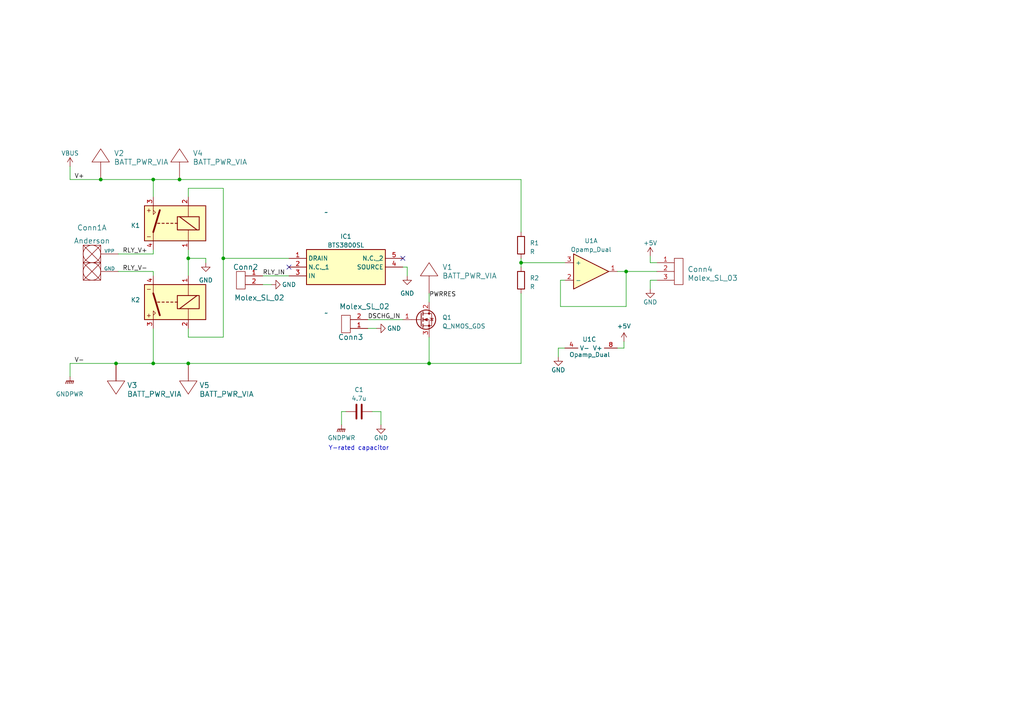
<source format=kicad_sch>
(kicad_sch (version 20230121) (generator eeschema)
  (paper "A4")
  (title_block (title "Relay and Connections Board") (rev "1") (company "Missouri S&T") (comment 1 "Senior Design") (comment 2 "\"Kinetic Antenna\""))
  (lib_symbols
    (symbol "0-customs:AECN11012"
      (property "Reference" "K" (at 19.05 -5.08 0))
      (symbol "AECN11012_0_0"
        (polyline (pts (xy 15.24 0) (xy 15.24 -2.54) (xy 14.605 -1.905) (xy 15.24 -1.27)))
      )
      (symbol "AECN11012_0_1"
        (polyline (pts (xy 2.54 -6.985) (xy 7.62 -3.175)) (stroke (width 0.254)))
        (polyline (pts (xy 5.08 -10.16) (xy 5.08 -6.985)))
        (polyline (pts (xy 5.08 0) (xy 5.08 -3.175)))
        (polyline (pts (xy 8.255 -5.08) (xy 8.89 -5.08)) (stroke (width 0.254)))
        (polyline (pts (xy 9.525 -5.08) (xy 10.16 -5.08)) (stroke (width 0.254)))
        (polyline (pts (xy 10.795 -5.08) (xy 11.43 -5.08)) (stroke (width 0.254)))
        (polyline (pts (xy 12.065 -5.08) (xy 12.7 -5.08)) (stroke (width 0.254)))
        (polyline (pts (xy 13.335 -5.08) (xy 13.97 -5.08)) (stroke (width 0.254)))
        (polyline (pts (xy 15.24 -7.62) (xy 13.335 -1.27)) (stroke (width 0.508)))
        (polyline (pts (xy 15.24 -7.62) (xy 15.24 -10.16)))
        (rectangle (start 0 0) (end 17.78 -10.16) (stroke (width 0.254)) (fill (type background)))
        (rectangle (start 1.905 -3.175) (end 8.255 -6.985) (stroke (width 0.254)))
      )
      (symbol "AECN11012_1_1"
        (text "+" (at 16.51 -1.27 0) (effects (font (size 1.27 1.27))))
        (text "-" (at 16.51 -8.89 0) (effects (font (size 1.27 1.27))))
        (pin input line (at 5.08 -12.7 90) (length 2.54) (name "") (number "1"))
        (pin input line (at 5.08 2.54 270) (length 2.54) (name "") (number "2"))
        (pin input line (at 15.24 2.54 270) (length 2.54) (name "") (number "3"))
        (pin input line (at 15.24 -12.7 90) (length 2.54) (name "") (number "4"))
      )
    )
    (symbol "0-customs:BTS3800SL"
      (property "Reference" "IC" (at 29.21 7.62 0))
      (property "Value" "BTS3800SL" (at 29.21 5.08 0))
      (symbol "BTS3800SL_1_1"
        (rectangle (start 5.08 2.54) (end 27.94 -7.62) (stroke (width 0.254)) (fill (type background)))
        (pin passive line (at 0 0 0) (length 5.08) (name "DRAIN") (number "1"))
        (pin passive line (at 0 -2.54 0) (length 5.08) (name "N.C._1") (number "2"))
        (pin passive line (at 0 -5.08 0) (length 5.08) (name "IN") (number "3"))
        (pin passive line (at 33.02 -2.54 180) (length 5.08) (name "SOURCE") (number "4"))
        (pin passive line (at 33.02 0 180) (length 5.08) (name "N.C._2") (number "5"))
      )
    )
    (symbol "0-customs:Molex_SL_02" (pin_names (offset 1.016))
      (property "Reference" "Conn2" (at 3.556 3.81 0))
      (property "Value" "Molex_SL_02" (at 3.556 0 0))
      (symbol "Molex_SL_02_0_1"
        (rectangle (start 0 5.08) (end 2.54 0))
      )
      (symbol "Molex_SL_02_1_1"
        (pin input line (at -5.08 3.81 0) (length 5.08) (name "~") (number "1"))
        (pin input line (at -5.08 1.27 0) (length 5.08) (name "~") (number "2"))
      )
    )
    (symbol "Customs:Anderson" (pin_numbers hide) (pin_names (offset 0))
      (property "Reference" "Conn" (at 2.794 -6.858 0))
      (property "Value" "Anderson" (at 2.54 6.35 0))
      (symbol "Anderson_0_1"
        (rectangle (start 0 -5.08) (end 5.08 0))
        (polyline (pts (xy 0 0) (xy 5.08 -5.08)))
        (polyline (pts (xy 0 5.08) (xy 5.08 0)))
        (polyline (pts (xy 5.08 0) (xy 0 -5.08)))
        (polyline (pts (xy 5.08 5.08) (xy 0 0)))
        (rectangle (start 0 0) (end 5.08 5.08))
        (circle (center 2.54 -2.54) (radius 2.54))
        (circle (center 2.54 2.54) (radius 2.54))
      )
      (symbol "Anderson_1_1"
        (pin input line (at 10.16 2.54 180) (length 5.08) (name "VPP") (number "1"))
        (pin input line (at 10.16 -2.54 180) (length 5.08) (name "GND") (number "2"))
      )
      (symbol "Anderson_2_1"
        (pin input line (at 10.16 2.54 180) (length 5.08) (name "V+Log") (number "2"))
      )
      (symbol "Anderson_3_1"
        (pin input line (at 10.16 2.54 180) (length 5.08) (name "V+Act") (number "3"))
      )
      (symbol "Anderson_4_1"
        (pin input line (at 10.16 2.54 180) (length 5.08) (name "PV+") (number "4"))
      )
      (symbol "Anderson_5_1"
        (pin input line (at 10.16 2.54 180) (length 5.08) (name "~") (number "1"))
      )
    )
    (symbol "Device:C" (pin_numbers hide) (pin_names (offset 0.254))
      (property "Reference" "C" (at 0.635 2.54 0))
      (property "Value" "C" (at 0.635 -2.54 0))
      (symbol "C_0_1"
        (polyline (pts (xy -2.032 -0.762) (xy 2.032 -0.762)) (stroke (width 0.508)))
        (polyline (pts (xy -2.032 0.762) (xy 2.032 0.762)) (stroke (width 0.508)))
      )
      (symbol "C_1_1"
        (pin passive line (at 0 3.81 270) (length 2.794) (name "~") (number "1"))
        (pin passive line (at 0 -3.81 90) (length 2.794) (name "~") (number "2"))
      )
    )
    (symbol "Device:Opamp_Dual"
      (property "Reference" "U" (at 0 5.08 0))
      (property "Value" "Opamp_Dual" (at 0 -5.08 0))
      (symbol "Opamp_Dual_1_1"
        (polyline (pts (xy -5.08 5.08) (xy 5.08 0) (xy -5.08 -5.08) (xy -5.08 5.08)) (stroke (width 0.254)) (fill (type background)))
        (pin output line (at 7.62 0 180) (length 2.54) (name "~") (number "1"))
        (pin input line (at -7.62 -2.54 0) (length 2.54) (name "-") (number "2"))
        (pin input line (at -7.62 2.54 0) (length 2.54) (name "+") (number "3"))
      )
      (symbol "Opamp_Dual_2_1"
        (polyline (pts (xy -5.08 5.08) (xy 5.08 0) (xy -5.08 -5.08) (xy -5.08 5.08)) (stroke (width 0.254)) (fill (type background)))
        (pin input line (at -7.62 2.54 0) (length 2.54) (name "+") (number "5"))
        (pin input line (at -7.62 -2.54 0) (length 2.54) (name "-") (number "6"))
        (pin output line (at 7.62 0 180) (length 2.54) (name "~") (number "7"))
      )
      (symbol "Opamp_Dual_3_1"
        (pin power_in line (at -2.54 -7.62 90) (length 3.81) (name "V-") (number "4"))
        (pin power_in line (at -2.54 7.62 270) (length 3.81) (name "V+") (number "8"))
      )
    )
    (symbol "Device:Q_NMOS_GDS" (pin_names (offset 0) hide)
      (property "Reference" "Q" (at 5.08 1.27 0))
      (property "Value" "Q_NMOS_GDS" (at 5.08 -1.27 0))
      (symbol "Q_NMOS_GDS_0_1"
        (polyline (pts (xy 0.254 0) (xy -2.54 0)))
        (polyline (pts (xy 0.254 1.905) (xy 0.254 -1.905)) (stroke (width 0.254)))
        (polyline (pts (xy 0.762 -1.27) (xy 0.762 -2.286)) (stroke (width 0.254)))
        (polyline (pts (xy 0.762 0.508) (xy 0.762 -0.508)) (stroke (width 0.254)))
        (polyline (pts (xy 0.762 2.286) (xy 0.762 1.27)) (stroke (width 0.254)))
        (polyline (pts (xy 2.54 2.54) (xy 2.54 1.778)))
        (polyline (pts (xy 2.54 -2.54) (xy 2.54 0) (xy 0.762 0)))
        (polyline (pts (xy 0.762 -1.778) (xy 3.302 -1.778) (xy 3.302 1.778) (xy 0.762 1.778)))
        (polyline (pts (xy 1.016 0) (xy 2.032 0.381) (xy 2.032 -0.381) (xy 1.016 0)) (fill (type outline)))
        (polyline (pts (xy 2.794 0.508) (xy 2.921 0.381) (xy 3.683 0.381) (xy 3.81 0.254)))
        (polyline (pts (xy 3.302 0.381) (xy 2.921 -0.254) (xy 3.683 -0.254) (xy 3.302 0.381)))
        (circle (center 1.651 0) (radius 2.794) (stroke (width 0.254)))
        (circle (center 2.54 -1.778) (radius 0.254) (fill (type outline)))
        (circle (center 2.54 1.778) (radius 0.254) (fill (type outline)))
      )
      (symbol "Q_NMOS_GDS_1_1"
        (pin input line (at -5.08 0 0) (length 2.54) (name "G") (number "1"))
        (pin passive line (at 2.54 5.08 270) (length 2.54) (name "D") (number "2"))
        (pin passive line (at 2.54 -5.08 90) (length 2.54) (name "S") (number "3"))
      )
    )
    (symbol "Device:R" (pin_numbers hide) (pin_names (offset 0))
      (property "Reference" "R" (at 2.032 0 90))
      (property "Value" "R" (at 0 0 90))
      (symbol "R_0_1"
        (rectangle (start -1.016 -2.54) (end 1.016 2.54) (stroke (width 0.254)))
      )
      (symbol "R_1_1"
        (pin passive line (at 0 3.81 270) (length 1.27) (name "~") (number "1"))
        (pin passive line (at 0 -3.81 90) (length 1.27) (name "~") (number "2"))
      )
    )
    (symbol "MRDT_Connectors:Molex_SL_03" (pin_names (offset 1.016))
      (property "Reference" "Conn" (at 3.81 -1.27 0))
      (property "Value" "Molex_SL_03" (at 1.27 8.89 0))
      (symbol "Molex_SL_03_0_1"
        (rectangle (start 0 7.62) (end 2.54 0))
      )
      (symbol "Molex_SL_03_1_1"
        (pin input line (at -5.08 6.35 0) (length 5.08) (name "~") (number "1"))
        (pin input line (at -5.08 3.81 0) (length 5.08) (name "~") (number "2"))
        (pin input line (at -5.08 1.27 0) (length 5.08) (name "~") (number "3"))
      )
    )
    (symbol "MRDT_Drill_Holes:BATT_PWR_VIA" (pin_numbers hide) (pin_names (offset 1.016) hide)
      (property "Reference" "V" (at 3.81 1.27 0))
      (property "Value" "BATT_PWR_VIA" (at 0 5.08 0))
      (symbol "BATT_PWR_VIA_0_1"
        (polyline (pts (xy 0 3.81) (xy -2.54 0) (xy 2.54 0) (xy 0 3.81)))
      )
      (symbol "BATT_PWR_VIA_1_1"
        (pin input line (at 0 -5.08 90) (length 5.08) (name "1") (number "1"))
      )
    )
    (symbol "power:+5V" (power) (pin_names (offset 0))
      (property "Value" "+5V" (at 0 3.556 0))
      (symbol "+5V_0_1"
        (polyline (pts (xy -0.762 1.27) (xy 0 2.54)))
        (polyline (pts (xy 0 0) (xy 0 2.54)))
        (polyline (pts (xy 0 2.54) (xy 0.762 1.27)))
      )
      (symbol "+5V_1_1"
        (pin power_in line (at 0 0 90) (length 0) hide (name "+5V") (number "1"))
      )
    )
    (symbol "power:GND" (power) (pin_names (offset 0))
      (property "Value" "GND" (at 0 -3.81 0))
      (symbol "GND_0_1"
        (polyline (pts (xy 0 0) (xy 0 -1.27) (xy 1.27 -1.27) (xy 0 -2.54) (xy -1.27 -1.27) (xy 0 -1.27)))
      )
      (symbol "GND_1_1"
        (pin power_in line (at 0 0 270) (length 0) hide (name "GND") (number "1"))
      )
    )
    (symbol "power:GNDPWR" (power) (pin_names (offset 0))
      (property "Value" "GNDPWR" (at 0 -3.302 0))
      (symbol "GNDPWR_0_1"
        (polyline (pts (xy 0 -1.27) (xy 0 0)))
        (polyline (pts (xy -1.016 -1.27) (xy -1.27 -2.032) (xy -1.27 -2.032)) (stroke (width 0.2032)))
        (polyline (pts (xy -0.508 -1.27) (xy -0.762 -2.032) (xy -0.762 -2.032)) (stroke (width 0.2032)))
        (polyline (pts (xy 0 -1.27) (xy -0.254 -2.032) (xy -0.254 -2.032)) (stroke (width 0.2032)))
        (polyline (pts (xy 0.508 -1.27) (xy 0.254 -2.032) (xy 0.254 -2.032)) (stroke (width 0.2032)))
        (polyline (pts (xy 1.016 -1.27) (xy -1.016 -1.27) (xy -1.016 -1.27)) (stroke (width 0.2032)))
        (polyline (pts (xy 1.016 -1.27) (xy 0.762 -2.032) (xy 0.762 -2.032) (xy 0.762 -2.032)) (stroke (width 0.2032)))
      )
      (symbol "GNDPWR_1_1"
        (pin power_in line (at 0 0 270) (length 0) hide (name "GNDPWR") (number "1"))
      )
    )
    (symbol "power:VBUS" (power) (pin_names (offset 0))
      (property "Value" "VBUS" (at 0 3.81 0))
      (symbol "VBUS_0_1"
        (polyline (pts (xy -0.762 1.27) (xy 0 2.54)))
        (polyline (pts (xy 0 0) (xy 0 2.54)))
        (polyline (pts (xy 0 2.54) (xy 0.762 1.27)))
      )
      (symbol "VBUS_1_1"
        (pin power_in line (at 0 0 90) (length 0) hide (name "VBUS") (number "1"))
      )
    )
  )
  (junction (at 44.45 52.07))
  (junction (at 64.77 74.93))
  (junction (at 52.07 52.07))
  (junction (at 124.46 105.41))
  (junction (at 54.61 105.41))
  (junction (at 29.21 52.07))
  (junction (at 54.61 74.93))
  (junction (at 33.655 105.41))
  (junction (at 181.61 78.74))
  (junction (at 44.45 105.41))
  (junction (at 151.13 76.2))
  (no_connect (at 116.84 74.93))
  (no_connect (at 83.82 77.47))
  (wire (pts (xy 106.68 92.71) (xy 116.84 92.71)))
  (wire (pts (xy 179.07 100.965) (xy 180.975 100.965)))
  (wire (pts (xy 99.06 119.38) (xy 99.06 123.19)))
  (wire (pts (xy 52.07 52.07) (xy 151.13 52.07)))
  (wire (pts (xy 44.45 72.39) (xy 44.45 73.66)))
  (wire (pts (xy 151.13 77.47) (xy 151.13 76.2)))
  (wire (pts (xy 181.61 88.9) (xy 181.61 78.74)))
  (wire (pts (xy 20.32 48.26) (xy 20.32 52.07)))
  (wire (pts (xy 64.77 74.93) (xy 83.82 74.93)))
  (wire (pts (xy 110.49 123.19) (xy 110.49 119.38)))
  (wire (pts (xy 118.11 77.47) (xy 118.11 80.01)))
  (wire (pts (xy 110.49 119.38) (xy 107.95 119.38)))
  (wire (pts (xy 34.29 78.74) (xy 44.45 78.74)))
  (wire (pts (xy 64.77 54.61) (xy 64.77 74.93)))
  (wire (pts (xy 124.46 97.79) (xy 124.46 105.41)))
  (wire (pts (xy 76.2 82.55) (xy 78.74 82.55)))
  (wire (pts (xy 188.595 83.82) (xy 188.595 81.28)))
  (wire (pts (xy 29.21 52.07) (xy 44.45 52.07)))
  (wire (pts (xy 162.56 88.9) (xy 181.61 88.9)))
  (wire (pts (xy 188.595 74.295) (xy 188.595 76.2)))
  (wire (pts (xy 20.32 52.07) (xy 29.21 52.07)))
  (wire (pts (xy 76.2 80.01) (xy 83.82 80.01)))
  (wire (pts (xy 44.45 52.07) (xy 44.45 57.15)))
  (wire (pts (xy 151.13 105.41) (xy 151.13 85.09)))
  (wire (pts (xy 64.77 97.79) (xy 54.61 97.79)))
  (wire (pts (xy 181.61 78.74) (xy 190.5 78.74)))
  (wire (pts (xy 34.29 73.66) (xy 44.45 73.66)))
  (wire (pts (xy 151.13 76.2) (xy 163.83 76.2)))
  (wire (pts (xy 20.32 105.41) (xy 20.32 109.22)))
  (wire (pts (xy 100.33 119.38) (xy 99.06 119.38)))
  (wire (pts (xy 181.61 78.74) (xy 179.07 78.74)))
  (wire (pts (xy 54.61 57.15) (xy 54.61 54.61)))
  (wire (pts (xy 20.32 105.41) (xy 33.655 105.41)))
  (wire (pts (xy 33.655 105.41) (xy 44.45 105.41)))
  (wire (pts (xy 59.69 76.2) (xy 59.69 74.93)))
  (wire (pts (xy 106.68 95.25) (xy 109.22 95.25)))
  (wire (pts (xy 44.45 52.07) (xy 52.07 52.07)))
  (wire (pts (xy 116.84 77.47) (xy 118.11 77.47)))
  (wire (pts (xy 124.46 105.41) (xy 151.13 105.41)))
  (wire (pts (xy 188.595 81.28) (xy 190.5 81.28)))
  (wire (pts (xy 44.45 80.01) (xy 44.45 78.74)))
  (wire (pts (xy 54.61 72.39) (xy 54.61 74.93)))
  (wire (pts (xy 161.925 103.505) (xy 161.925 100.965)))
  (wire (pts (xy 188.595 76.2) (xy 190.5 76.2)))
  (wire (pts (xy 151.13 76.2) (xy 151.13 74.93)))
  (wire (pts (xy 163.83 81.28) (xy 162.56 81.28)))
  (wire (pts (xy 124.46 85.09) (xy 124.46 87.63)))
  (wire (pts (xy 151.13 67.31) (xy 151.13 52.07)))
  (wire (pts (xy 64.77 74.93) (xy 64.77 97.79)))
  (wire (pts (xy 54.61 54.61) (xy 64.77 54.61)))
  (wire (pts (xy 44.45 95.25) (xy 44.45 105.41)))
  (wire (pts (xy 161.925 100.965) (xy 163.83 100.965)))
  (wire (pts (xy 162.56 81.28) (xy 162.56 88.9)))
  (wire (pts (xy 54.61 74.93) (xy 54.61 80.01)))
  (wire (pts (xy 54.61 97.79) (xy 54.61 95.25)))
  (wire (pts (xy 54.61 105.41) (xy 124.46 105.41)))
  (wire (pts (xy 180.975 99.06) (xy 180.975 100.965)))
  (wire (pts (xy 44.45 105.41) (xy 54.61 105.41)))
  (wire (pts (xy 59.69 74.93) (xy 54.61 74.93)))
  (text "Y-rated capacitor" (at 95.25 130.81 0) (effects (font (size 1.27 1.27)) (justify left bottom)))
  (label "RLY_V-" (at 35.56 78.74 0))
  (label "RLY_IN" (at 76.2 80.01 0))
  (label "V+" (at 21.59 52.07 0))
  (label "PWRRES" (at 124.46 86.36 0))
  (label "DSCHG_IN" (at 106.68 92.71 0))
  (label "RLY_V+" (at 35.56 73.66 0))
  (label "V-" (at 21.59 105.41 0))
  (symbol (lib_id "MRDT_Drill_Holes:BATT_PWR_VIA") (at 33.655 110.49 180) (unit 1)
    (property "Reference" "V3" (at 36.83 111.76 0) (effects (font (size 1.524 1.524)) (justify right)))
    (property "Value" "BATT_PWR_VIA" (at 36.83 114.3 0) (effects (font (size 1.524 1.524)) (justify right)))
    (property "Footprint" "0-customs:via" (effects hide))
  )
  (symbol (lib_id "Device:Opamp_Dual") (at 171.45 103.505 270) (unit 3)
    (property "Reference" "U1" (at 168.91 98.425 90) (effects (justify left)))
    (property "Value" "Opamp_Dual" (at 165.1 102.87 90) (effects (justify left)))
    (property "Footprint" "Package_SO:SOIC-8_3.9x4.9mm_P1.27mm" (effects hide))
  )
  (symbol (lib_id "power:GNDPWR") (at 20.32 109.22 0) (unit 1)
    (property "Reference" "#PWR04" (effects hide))
    (property "Value" "GNDPWR" (at 20.193 114.3 0))
  )
  (symbol (lib_id "power:GND") (at 109.22 95.25 90) (unit 1)
    (property "Reference" "#PWR08" (effects hide))
    (property "Value" "GND" (at 114.3 95.25 90))
  )
  (symbol (lib_id "power:+5V") (at 188.595 74.295 0) (unit 1)
    (property "Reference" "#PWR012" (effects hide))
    (property "Value" "+5V" (at 188.595 70.485 0))
  )
  (symbol (lib_id "power:VBUS") (at 20.32 48.26 0) (unit 1)
    (property "Reference" "#PWR02" (effects hide))
    (property "Value" "VBUS" (at 20.32 44.45 0))
  )
  (symbol (lib_id "Device:C") (at 104.14 119.38 90) (unit 1)
    (property "Reference" "C1" (at 104.14 113.03 90))
    (property "Value" "4.7u" (at 104.14 115.57 90))
    (property "Footprint" "Capacitor_THT:C_Rect_L18.0mm_W9.0mm_P15.00mm_FKS3_FKP3" (effects hide))
  )
  (symbol (lib_id "0-customs:Molex_SL_02") (at 101.6 91.44 180) (unit 1)
    (property "Reference" "Conn3" (at 105.41 97.79 0) (effects (font (size 1.524 1.524)) (justify left)))
    (property "Value" "Molex_SL_02" (at 113.03 88.9 0) (effects (font (size 1.524 1.524)) (justify left)))
    (property "Footprint" "0-customs:MOLEX_SL_02_Horizontal" (effects hide))
  )
  (symbol (lib_id "power:GND") (at 59.69 76.2 0) (unit 1)
    (property "Reference" "#PWR05" (effects hide))
    (property "Value" "GND" (at 59.69 81.28 0))
  )
  (symbol (lib_id "MRDT_Connectors:Molex_SL_03") (at 195.58 82.55 0) (unit 1)
    (property "Reference" "Conn4" (at 199.39 78.105 0) (effects (font (size 1.524 1.524)) (justify left)))
    (property "Value" "Molex_SL_03" (at 199.39 80.645 0) (effects (font (size 1.524 1.524)) (justify left)))
    (property "Footprint" "MRDT_Connectors:MOLEX_SL_03_Horizontal" (effects hide))
  )
  (symbol (lib_id "0-customs:BTS3800SL") (at 83.82 74.93 0) (unit 1)
    (property "Reference" "IC1" (at 100.33 68.58 0))
    (property "Value" "BTS3800SL" (at 100.33 71.12 0))
    (property "Footprint" "0-customs:BTS3800SL" (effects hide))
    (property "Datasheet" "https://componentsearchengine.com/Datasheets/2/BTS3800SL.pdf" (effects hide))
    (property "Height" "1.1" (effects hide))
    (property "Mouser Part Number" "726-BTS3800SL" (effects hide))
    (property "Mouser Price/Stock" "https://www.mouser.co.uk/ProductDetail/Infineon-Technologies/BTS3800SL?qs=UlfnwZ2x8nQzRqUMCLT9CA%3D%3D" (effects hide))
    (property "Manufacturer_Name" "Infineon" (effects hide))
    (property "Manufacturer_Part_Number" "BTS3800SL" (effects hide))
  )
  (symbol (lib_id "power:GND") (at 161.925 103.505 0) (unit 1)
    (property "Reference" "#PWR09" (effects hide))
    (property "Value" "GND" (at 161.925 107.315 0))
  )
  (symbol (lib_id "Customs:Anderson") (at 24.13 76.2 0) (unit 1)
    (property "Reference" "Conn1" (at 26.67 66.04 0) (effects (font (size 1.524 1.524))))
    (property "Value" "Anderson" (at 26.67 69.85 0) (effects (font (size 1.524 1.524))))
    (property "Footprint" "0-customs:Square_Anderson_2_V_Side_By_Side" (effects hide))
  )
  (symbol (lib_id "0-customs:AECN11012") (at 59.69 59.69 0) (mirror y) (unit 1)
    (property "Reference" "K1" (at 40.64 65.405 0) (effects (justify left)))
    (property "Value" "~" (at 94.615 61.595 0))
    (property "Footprint" "0-customs:AECN11012" (effects hide))
    (property "Datasheet" "https://www.mouser.com/ProductDetail/Panasonic-Industrial-Devices/AECN11012?qs=vmHwEFxEFR%2FxpGCT4n%2FbmQ%3D%3D" (effects hide))
  )
  (symbol (lib_id "0-customs:Molex_SL_02") (at 71.12 83.82 0) (mirror y) (unit 1)
    (property "Reference" "Conn2" (at 74.93 77.47 0) (effects (font (size 1.524 1.524)) (justify left)))
    (property "Value" "Molex_SL_02" (at 82.55 86.36 0) (effects (font (size 1.524 1.524)) (justify left)))
    (property "Footprint" "0-customs:MOLEX_SL_02_Horizontal" (effects hide))
  )
  (symbol (lib_id "Device:Opamp_Dual") (at 171.45 78.74 0) (unit 1)
    (property "Reference" "U1" (at 171.45 69.85 0))
    (property "Value" "Opamp_Dual" (at 171.45 72.39 0))
    (property "Footprint" "Package_SO:SOIC-8_3.9x4.9mm_P1.27mm" (effects hide))
  )
  (symbol (lib_id "power:+5V") (at 180.975 99.06 0) (unit 1)
    (property "Reference" "#PWR010" (effects hide))
    (property "Value" "+5V" (at 180.975 94.615 0))
  )
  (symbol (lib_id "MRDT_Drill_Holes:BATT_PWR_VIA") (at 54.61 110.49 180) (unit 1)
    (property "Reference" "V5" (at 57.785 111.76 0) (effects (font (size 1.524 1.524)) (justify right)))
    (property "Value" "BATT_PWR_VIA" (at 57.785 114.3 0) (effects (font (size 1.524 1.524)) (justify right)))
    (property "Footprint" "0-customs:via" (effects hide))
  )
  (symbol (lib_id "power:GND") (at 78.74 82.55 90) (unit 1)
    (property "Reference" "#PWR01" (effects hide))
    (property "Value" "GND" (at 83.82 82.55 90))
  )
  (symbol (lib_id "power:GND") (at 110.49 123.19 0) (unit 1)
    (property "Reference" "#PWR07" (effects hide))
    (property "Value" "GND" (at 110.49 127 0))
  )
  (symbol (lib_id "Device:Q_NMOS_GDS") (at 121.92 92.71 0) (unit 1)
    (property "Reference" "Q1" (at 128.27 92.075 0) (effects (justify left)))
    (property "Value" "Q_NMOS_GDS" (at 128.27 94.615 0) (effects (justify left)))
    (property "Footprint" "Package_TO_SOT_SMD:TO-263-2" (effects hide))
  )
  (symbol (lib_id "power:GND") (at 188.595 83.82 0) (unit 1)
    (property "Reference" "#PWR011" (effects hide))
    (property "Value" "GND" (at 188.595 87.63 0))
  )
  (symbol (lib_id "MRDT_Drill_Holes:BATT_PWR_VIA") (at 124.46 80.01 0) (unit 1)
    (property "Reference" "V1" (at 128.27 77.47 0) (effects (font (size 1.524 1.524)) (justify left)))
    (property "Value" "BATT_PWR_VIA" (at 128.27 80.01 0) (effects (font (size 1.524 1.524)) (justify left)))
    (property "Footprint" "0-customs:via" (effects hide))
  )
  (symbol (lib_id "Device:R") (at 151.13 81.28 0) (unit 1)
    (property "Reference" "R2" (at 153.67 80.645 0) (effects (justify left)))
    (property "Value" "R" (at 153.67 83.185 0) (effects (justify left)))
    (property "Footprint" "Resistor_SMD:R_2512_6332Metric_Pad1.40x3.35mm_HandSolder" (effects hide))
  )
  (symbol (lib_id "0-customs:AECN11012") (at 59.69 92.71 180) (unit 1)
    (property "Reference" "K2" (at 40.64 86.995 0) (effects (justify left)))
    (property "Value" "~" (at 94.615 90.805 0))
    (property "Footprint" "0-customs:AECN11012" (effects hide))
    (property "Datasheet" "https://www.mouser.com/ProductDetail/Panasonic-Industrial-Devices/AECN11012?qs=vmHwEFxEFR%2FxpGCT4n%2FbmQ%3D%3D" (effects hide))
  )
  (symbol (lib_id "power:GNDPWR") (at 99.06 123.19 0) (unit 1)
    (property "Reference" "#PWR06" (effects hide))
    (property "Value" "GNDPWR" (at 99.06 127 0))
  )
  (symbol (lib_id "MRDT_Drill_Holes:BATT_PWR_VIA") (at 29.21 46.99 0) (unit 1)
    (property "Reference" "V2" (at 33.02 44.45 0) (effects (font (size 1.524 1.524)) (justify left)))
    (property "Value" "BATT_PWR_VIA" (at 33.02 46.99 0) (effects (font (size 1.524 1.524)) (justify left)))
    (property "Footprint" "0-customs:via" (effects hide))
  )
  (symbol (lib_id "power:GND") (at 118.11 80.01 0) (unit 1)
    (property "Reference" "#PWR03" (effects hide))
    (property "Value" "GND" (at 118.11 85.09 0))
  )
  (symbol (lib_id "Device:R") (at 151.13 71.12 0) (unit 1)
    (property "Reference" "R1" (at 153.67 70.485 0) (effects (justify left)))
    (property "Value" "R" (at 153.67 73.025 0) (effects (justify left)))
    (property "Footprint" "Resistor_SMD:R_2512_6332Metric_Pad1.40x3.35mm_HandSolder" (effects hide))
  )
  (symbol (lib_id "MRDT_Drill_Holes:BATT_PWR_VIA") (at 52.07 46.99 0) (unit 1)
    (property "Reference" "V4" (at 55.88 44.45 0) (effects (font (size 1.524 1.524)) (justify left)))
    (property "Value" "BATT_PWR_VIA" (at 55.88 46.99 0) (effects (font (size 1.524 1.524)) (justify left)))
    (property "Footprint" "0-customs:via" (effects hide))
  )
)
</source>
